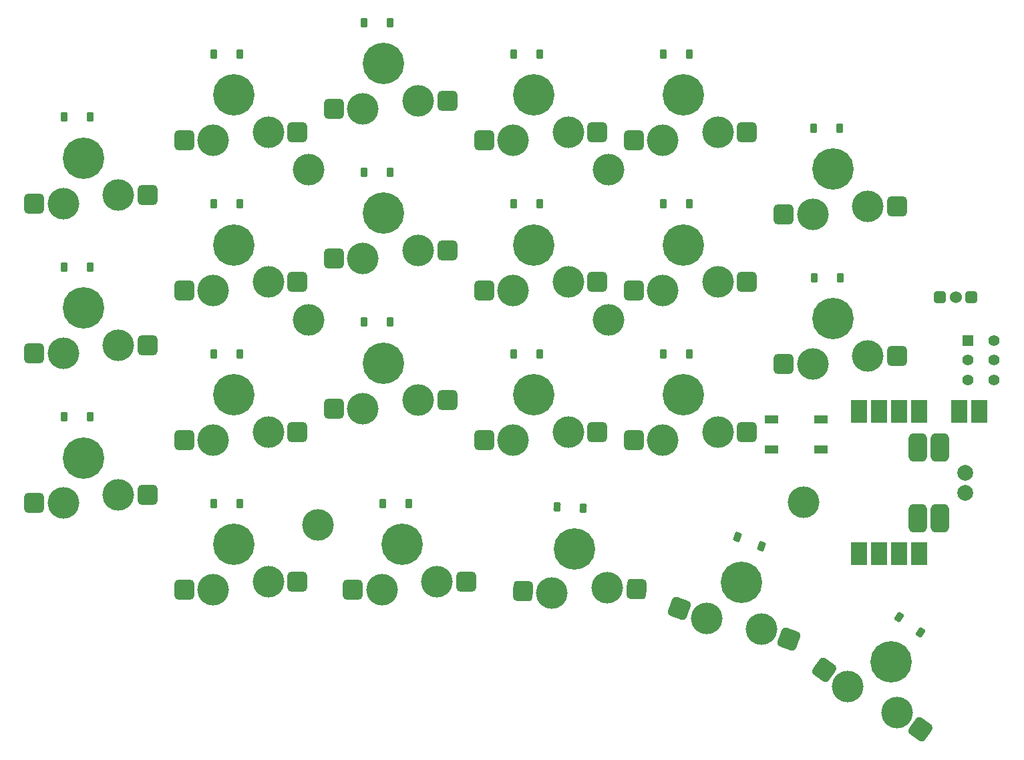
<source format=gbr>
%TF.GenerationSoftware,KiCad,Pcbnew,7.0.2-0*%
%TF.CreationDate,2024-02-18T21:26:20+01:00*%
%TF.ProjectId,defiant,64656669-616e-4742-9e6b-696361645f70,rev?*%
%TF.SameCoordinates,Original*%
%TF.FileFunction,Soldermask,Top*%
%TF.FilePolarity,Negative*%
%FSLAX46Y46*%
G04 Gerber Fmt 4.6, Leading zero omitted, Abs format (unit mm)*
G04 Created by KiCad (PCBNEW 7.0.2-0) date 2024-02-18 21:26:20*
%MOMM*%
%LPD*%
G01*
G04 APERTURE LIST*
G04 Aperture macros list*
%AMRoundRect*
0 Rectangle with rounded corners*
0 $1 Rounding radius*
0 $2 $3 $4 $5 $6 $7 $8 $9 X,Y pos of 4 corners*
0 Add a 4 corners polygon primitive as box body*
4,1,4,$2,$3,$4,$5,$6,$7,$8,$9,$2,$3,0*
0 Add four circle primitives for the rounded corners*
1,1,$1+$1,$2,$3*
1,1,$1+$1,$4,$5*
1,1,$1+$1,$6,$7*
1,1,$1+$1,$8,$9*
0 Add four rect primitives between the rounded corners*
20,1,$1+$1,$2,$3,$4,$5,0*
20,1,$1+$1,$4,$5,$6,$7,0*
20,1,$1+$1,$6,$7,$8,$9,0*
20,1,$1+$1,$8,$9,$2,$3,0*%
G04 Aperture macros list end*
%ADD10C,4.000000*%
%ADD11RoundRect,0.225000X-0.402448X-0.171130X-0.038391X-0.435633X0.402448X0.171130X0.038391X0.435633X0*%
%ADD12C,5.250000*%
%ADD13RoundRect,0.500000X-1.062296X-0.186149X0.151229X-1.067827X1.062296X0.186149X-0.151229X1.067827X0*%
%ADD14RoundRect,0.225000X0.225000X0.375000X-0.225000X0.375000X-0.225000X-0.375000X0.225000X-0.375000X0*%
%ADD15RoundRect,0.500000X-0.750000X-0.775000X0.750000X-0.775000X0.750000X0.775000X-0.750000X0.775000X0*%
%ADD16RoundRect,0.225000X-0.244318X-0.362710X0.205066X-0.386262X0.244318X0.362710X-0.205066X0.386262X0*%
%ADD17RoundRect,0.500000X-0.789533X-0.734686X0.708412X-0.813190X0.789533X0.734686X-0.708412X0.813190X0*%
%ADD18R,2.000000X3.000000*%
%ADD19C,2.000000*%
%ADD20RoundRect,0.575000X0.575000X-1.225000X0.575000X1.225000X-0.575000X1.225000X-0.575000X-1.225000X0*%
%ADD21RoundRect,0.225000X-0.225000X-0.375000X0.225000X-0.375000X0.225000X0.375000X-0.225000X0.375000X0*%
%ADD22R,1.700000X1.000000*%
%ADD23RoundRect,0.381000X0.381000X0.381000X-0.381000X0.381000X-0.381000X-0.381000X0.381000X-0.381000X0*%
%ADD24C,1.524000*%
%ADD25RoundRect,0.500000X-0.969835X-0.471747X0.439704X-0.984777X0.969835X0.471747X-0.439704X0.984777X0*%
%ADD26RoundRect,0.225000X-0.339688X-0.275430X0.083173X-0.429339X0.339688X0.275430X-0.083173X0.429339X0*%
%ADD27RoundRect,0.500000X0.750000X0.775000X-0.750000X0.775000X-0.750000X-0.775000X0.750000X-0.775000X0*%
%ADD28R,1.400000X1.400000*%
%ADD29C,1.400000*%
G04 APERTURE END LIST*
D10*
%TO.C,*%
X181220000Y-113710000D03*
%TD*%
D11*
%TO.C,D20*%
X193367747Y-128272754D03*
X196037503Y-130212446D03*
%TD*%
D12*
%TO.C,T4*%
X192333168Y-133954069D03*
X192333168Y-133954069D03*
D13*
X183876821Y-134917564D03*
D10*
X186849959Y-137077675D03*
X193130252Y-140342704D03*
D13*
X196103390Y-142502815D03*
%TD*%
D14*
%TO.C,D3*%
X90818816Y-102860447D03*
X87518816Y-102860447D03*
%TD*%
%TO.C,D13*%
X147818816Y-56860447D03*
X144518816Y-56860447D03*
%TD*%
D12*
%TO.C,T0*%
X109018816Y-119060449D03*
X109018816Y-119060449D03*
D15*
X102743816Y-124810449D03*
D10*
X106418816Y-124810449D03*
X113418816Y-123760449D03*
D15*
X117093816Y-123760449D03*
%TD*%
D16*
%TO.C,D12*%
X150046511Y-114236969D03*
X153341989Y-114409677D03*
%TD*%
D12*
%TO.C,T2*%
X152244251Y-119573324D03*
X152244251Y-119573324D03*
D17*
X145676919Y-124987036D03*
D10*
X149346882Y-125179370D03*
X156392242Y-124497161D03*
D17*
X160062205Y-124689496D03*
%TD*%
D14*
%TO.C,D14*%
X147818815Y-75860447D03*
X144518815Y-75860447D03*
%TD*%
%TO.C,D11*%
X128818816Y-90860447D03*
X125518816Y-90860447D03*
%TD*%
D18*
%TO.C,U1*%
X203482449Y-102208323D03*
X200942449Y-102208323D03*
X195862449Y-102208323D03*
X193322449Y-102208323D03*
X190782449Y-102208323D03*
X188242449Y-102208323D03*
X188242449Y-120208323D03*
X190782449Y-120208323D03*
X193322449Y-120208323D03*
X195862449Y-120208323D03*
D19*
X201712449Y-109938323D03*
X201712449Y-112478323D03*
D20*
X198512449Y-106708323D03*
X198512449Y-115708323D03*
X195737449Y-106708323D03*
X195737449Y-115708323D03*
%TD*%
D10*
%TO.C,REF\u002A\u002A*%
X118494251Y-90563323D03*
%TD*%
D14*
%TO.C,D7*%
X109818816Y-94860448D03*
X106518816Y-94860448D03*
%TD*%
%TO.C,D5*%
X109818815Y-56860447D03*
X106518815Y-56860447D03*
%TD*%
%TO.C,D10*%
X128818816Y-71860448D03*
X125518816Y-71860448D03*
%TD*%
%TO.C,D15*%
X147818815Y-94860447D03*
X144518815Y-94860447D03*
%TD*%
%TO.C,D17*%
X166818815Y-56860448D03*
X163518815Y-56860448D03*
%TD*%
D10*
%TO.C,*%
X119704251Y-116603323D03*
%TD*%
D12*
%TO.C,C5R2*%
X185018821Y-71443323D03*
X185018821Y-71443323D03*
D15*
X178743821Y-77193323D03*
D10*
X182418821Y-77193323D03*
X189418821Y-76143323D03*
D15*
X193093821Y-76143323D03*
%TD*%
D21*
%TO.C,D8*%
X127893815Y-113860448D03*
X131193815Y-113860448D03*
%TD*%
D12*
%TO.C,T1*%
X130393816Y-119060448D03*
X130393816Y-119060448D03*
D15*
X124118816Y-124810448D03*
D10*
X127793816Y-124810448D03*
X134793816Y-123760448D03*
D15*
X138468816Y-123760448D03*
%TD*%
D21*
%TO.C,D4*%
X106518816Y-113860447D03*
X109818816Y-113860447D03*
%TD*%
D14*
%TO.C,D9*%
X128818815Y-52860448D03*
X125518815Y-52860448D03*
%TD*%
D10*
%TO.C,REF\u002A\u002A*%
X156494251Y-71553323D03*
%TD*%
D22*
%TO.C,SW1*%
X177190000Y-103220000D03*
X183490000Y-103220000D03*
X177190000Y-107020000D03*
X183490000Y-107020000D03*
%TD*%
D14*
%TO.C,D2*%
X90818815Y-83860448D03*
X87518815Y-83860448D03*
%TD*%
D21*
%TO.C,D22*%
X182553821Y-66273323D03*
X185853821Y-66273323D03*
%TD*%
D23*
%TO.C,J1*%
X202520000Y-87710000D03*
X198520000Y-87710000D03*
D24*
X200520000Y-87710000D03*
%TD*%
D12*
%TO.C,T3*%
X173398584Y-123880307D03*
X173398584Y-123880307D03*
D25*
X165535397Y-127137363D03*
D10*
X168988767Y-128394287D03*
X175925737Y-129801751D03*
D25*
X179379107Y-131058675D03*
%TD*%
D14*
%TO.C,D19*%
X166818816Y-94860447D03*
X163518816Y-94860447D03*
%TD*%
%TO.C,D6*%
X109818816Y-75860448D03*
X106518816Y-75860448D03*
%TD*%
D12*
%TO.C,C5R3*%
X185018821Y-90443323D03*
X185018821Y-90443323D03*
D15*
X178743821Y-96193323D03*
D10*
X182418821Y-96193323D03*
X189418821Y-95143323D03*
D15*
X193093821Y-95143323D03*
%TD*%
D21*
%TO.C,D23*%
X182596321Y-85273323D03*
X185896321Y-85273323D03*
%TD*%
D14*
%TO.C,D18*%
X166818816Y-75860447D03*
X163518816Y-75860447D03*
%TD*%
D26*
%TO.C,D16*%
X172848127Y-118129039D03*
X175949113Y-119257705D03*
%TD*%
D10*
%TO.C,REF\u002A\u002A*%
X118494251Y-71553323D03*
%TD*%
%TO.C,REF\u002A\u002A*%
X156494251Y-90563323D03*
%TD*%
D14*
%TO.C,D1*%
X90818815Y-64860447D03*
X87518815Y-64860447D03*
%TD*%
D12*
%TO.C,C3R1*%
X147018815Y-62060448D03*
X147018815Y-62060448D03*
D27*
X155093815Y-66760448D03*
D10*
X151418815Y-66760448D03*
X144418815Y-67810448D03*
D27*
X140743815Y-67810448D03*
%TD*%
D12*
%TO.C,C3R3*%
X147018816Y-100060447D03*
X147018816Y-100060447D03*
D27*
X155093816Y-104760447D03*
D10*
X151418816Y-104760447D03*
X144418816Y-105810447D03*
D27*
X140743816Y-105810447D03*
%TD*%
D12*
%TO.C,C2R3*%
X128018815Y-96060447D03*
X128018815Y-96060447D03*
D27*
X136093815Y-100760447D03*
D10*
X132418815Y-100760447D03*
X125418815Y-101810447D03*
D27*
X121743815Y-101810447D03*
%TD*%
D12*
%TO.C,C3R2*%
X147018815Y-81060448D03*
X147018815Y-81060448D03*
D27*
X155093815Y-85760448D03*
D10*
X151418815Y-85760448D03*
X144418815Y-86810448D03*
D27*
X140743815Y-86810448D03*
%TD*%
D12*
%TO.C,C0R2*%
X90018816Y-89060447D03*
X90018816Y-89060447D03*
D27*
X98093816Y-93760447D03*
D10*
X94418816Y-93760447D03*
X87418816Y-94810447D03*
D27*
X83743816Y-94810447D03*
%TD*%
D12*
%TO.C,C0R1*%
X90018816Y-70060448D03*
X90018816Y-70060448D03*
D27*
X98093816Y-74760448D03*
D10*
X94418816Y-74760448D03*
X87418816Y-75810448D03*
D27*
X83743816Y-75810448D03*
%TD*%
D12*
%TO.C,C0R3*%
X90018815Y-108060447D03*
X90018815Y-108060447D03*
D27*
X98093815Y-112760447D03*
D10*
X94418815Y-112760447D03*
X87418815Y-113810447D03*
D27*
X83743815Y-113810447D03*
%TD*%
D12*
%TO.C,C4R2*%
X166018816Y-81060447D03*
X166018816Y-81060447D03*
D27*
X174093816Y-85760447D03*
D10*
X170418816Y-85760447D03*
X163418816Y-86810447D03*
D27*
X159743816Y-86810447D03*
%TD*%
D12*
%TO.C,C1R3*%
X109018815Y-100060447D03*
X109018815Y-100060447D03*
D27*
X117093815Y-104760447D03*
D10*
X113418815Y-104760447D03*
X106418815Y-105810447D03*
D27*
X102743815Y-105810447D03*
%TD*%
D28*
%TO.C,SW3*%
X202120000Y-93160000D03*
D29*
X202120000Y-95660000D03*
X202120000Y-98160000D03*
X205420000Y-93160000D03*
X205420000Y-95660000D03*
X205420000Y-98160000D03*
%TD*%
D12*
%TO.C,C2R2*%
X128018815Y-77060447D03*
X128018815Y-77060447D03*
D27*
X136093815Y-81760447D03*
D10*
X132418815Y-81760447D03*
X125418815Y-82810447D03*
D27*
X121743815Y-82810447D03*
%TD*%
D12*
%TO.C,C2R1*%
X128018815Y-58060447D03*
X128018815Y-58060447D03*
D27*
X136093815Y-62760447D03*
D10*
X132418815Y-62760447D03*
X125418815Y-63810447D03*
D27*
X121743815Y-63810447D03*
%TD*%
D12*
%TO.C,C1R2*%
X109018815Y-81060448D03*
X109018815Y-81060448D03*
D27*
X117093815Y-85760448D03*
D10*
X113418815Y-85760448D03*
X106418815Y-86810448D03*
D27*
X102743815Y-86810448D03*
%TD*%
D12*
%TO.C,C4R3*%
X166018815Y-100060447D03*
X166018815Y-100060447D03*
D27*
X174093815Y-104760447D03*
D10*
X170418815Y-104760447D03*
X163418815Y-105810447D03*
D27*
X159743815Y-105810447D03*
%TD*%
D12*
%TO.C,C1R1*%
X109018817Y-62060447D03*
X109018817Y-62060447D03*
D27*
X117093817Y-66760447D03*
D10*
X113418817Y-66760447D03*
X106418817Y-67810447D03*
D27*
X102743817Y-67810447D03*
%TD*%
D12*
%TO.C,C4R1*%
X166018815Y-62060447D03*
X166018815Y-62060447D03*
D27*
X174093815Y-66760447D03*
D10*
X170418815Y-66760447D03*
X163418815Y-67810447D03*
D27*
X159743815Y-67810447D03*
%TD*%
M02*

</source>
